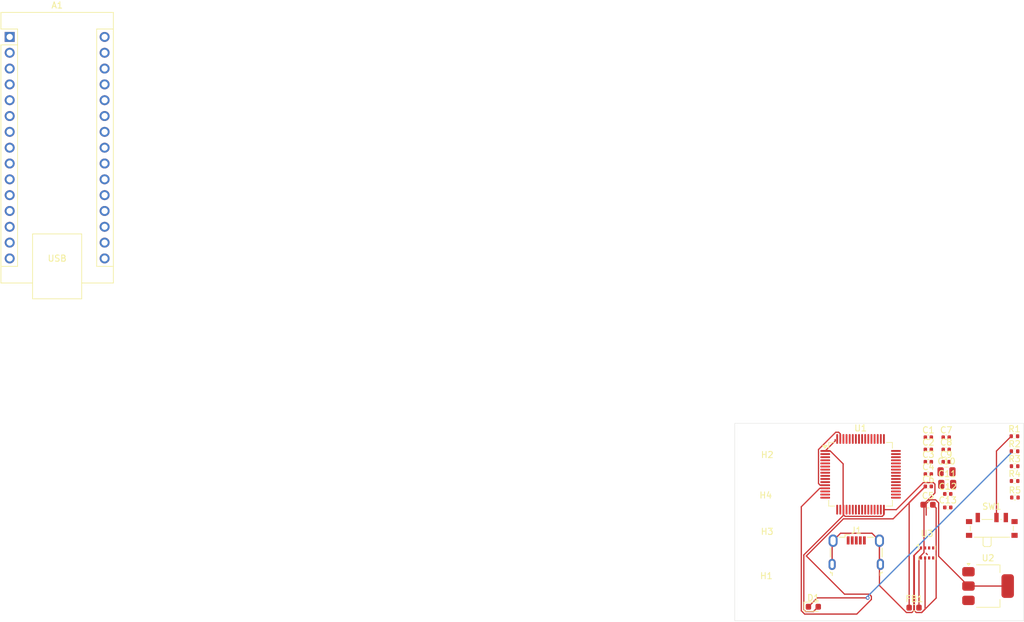
<source format=kicad_pcb>
(kicad_pcb (version 20241229) (generator "pcbnew") (generator_version "9.0")
  (layers (0 "F.Cu" signal) (2 "B.Cu" signal) (13 "F.Paste" user) (15 "B.Paste" user) (5 "F.SilkS" user "F.Silkscreen") (7 "B.SilkS" user "B.Silkscreen") (1 "F.Mask" user) (3 "B.Mask" user) (25 "Edge.Cuts" user))
  (net 0 "")
  (net 1 "/SW_BOOT0")
  (net 2 "/BOOT0")
  (net 3 "GND")
  (net 4 "Net-(D1-K)")
  (net 5 "Net-(U3-SDO)")
  (net 6 "/I2C1_SCL")
  (net 7 "+3.3V")
  (net 8 "/I2C1_SDA")
  (net 9 "VBUS")
  (net 10 "/NRST")
  (net 16 "+3.3VA")
  (net 30 "/USB_OTG_FS_DP+")
  (net 52 "/USB_OTG_FS_DM-")
  (net 63 "+5V")
  (net 79 "Net-(A1-D9)")
  (footprint "Capacitor_SMD:C_0402_1005Metric" (layer "F.Cu") (at 152.15 77.45)
    (property "Reference" "C12" (at 0 -1.16 0) (layer "F.SilkS"))
    (property "Value" "100n")
    (fp_line (start -0.107836 -0.36) (end 0.107836 -0.36) (stroke (width 0.12)) (layer "F.SilkS"))
    (fp_line (start -0.107836 0.36) (end 0.107836 0.36) (stroke (width 0.12)) (layer "F.SilkS"))
    (pad "1" smd roundrect (at -0.48 0) (size 0.56 0.62) (layers "F.Cu" "F.Mask" "F.Paste") (net 3 "GND"))
    (pad "2" smd roundrect (at 0.48 0) (size 0.56 0.62) (layers "F.Cu" "F.Mask" "F.Paste") (net 7 "+3.3V"))
  )
  (footprint "Capacitor_SMD:C_0805_2012Metric" (layer "F.Cu") (at 151.95 73.89)
    (property "Reference" "C10" (at 0 -1.68 0) (layer "F.SilkS"))
    (property "Value" "22u")
    (fp_line (start -0.261252 -0.735) (end 0.261252 -0.735) (stroke (width 0.12)) (layer "F.SilkS"))
    (fp_line (start -0.261252 0.735) (end 0.261252 0.735) (stroke (width 0.12)) (layer "F.SilkS"))
    (pad "1" smd roundrect (at -0.95 0) (size 1 1.45) (layers "F.Cu" "F.Mask" "F.Paste") (net 9 "VBUS"))
    (pad "2" smd roundrect (at 0.95 0) (size 1 1.45) (layers "F.Cu" "F.Mask" "F.Paste") (net 3 "GND"))
  )
  (footprint "Connector_USB:USB_Micro-B_Wuerth_629105150521" (layer "F.Cu") (at 137.46 86.81)
    (property "Reference" "J1" (at 0 -3.5 0) (layer "F.SilkS"))
    (property "Value" "USB_B_Micro")
    (fp_line (start -4.15 -0.65) (end -4.15 0.75) (stroke (width 0.15)) (layer "F.SilkS"))
    (fp_line (start -4.15 3.15) (end -4.15 3.3) (stroke (width 0.15)) (layer "F.SilkS"))
    (fp_line (start -4.15 3.3) (end -3.85 3.3) (stroke (width 0.15)) (layer "F.SilkS"))
    (fp_line (start -3.85 3.3) (end -3.85 3.75) (stroke (width 0.15)) (layer "F.SilkS"))
    (fp_line (start -1.8 -2.825) (end -1.8 -2.4) (stroke (width 0.15)) (layer "F.SilkS"))
    (fp_line (start -1.8 -2.4) (end -2.8 -2.4) (stroke (width 0.15)) (layer "F.SilkS"))
    (fp_line (start -1.075 -2.825) (end -1.8 -2.825) (stroke (width 0.15)) (layer "F.SilkS"))
    (fp_line (start 1.8 -2.4) (end 2.8 -2.4) (stroke (width 0.15)) (layer "F.SilkS"))
    (fp_line (start 3.85 3.3) (end 4.15 3.3) (stroke (width 0.15)) (layer "F.SilkS"))
    (fp_line (start 3.85 3.75) (end 3.85 3.3) (stroke (width 0.15)) (layer "F.SilkS"))
    (fp_line (start 4.15 0.75) (end 4.15 -0.65) (stroke (width 0.15)) (layer "F.SilkS"))
    (fp_line (start 4.15 3.3) (end 4.15 3.15) (stroke (width 0.15)) (layer "F.SilkS"))
    (pad "" np_thru_hole oval (at -2.5 -0.8) (size 0.8 0.8) (drill 0.8) (layers "*.Cu" "*.Mask"))
    (pad "" np_thru_hole oval (at 2.5 -0.8) (size 0.8 0.8) (drill 0.8) (layers "*.Cu" "*.Mask"))
    (pad "1" smd rect (at -1.3 -1.9) (size 0.45 1.3) (layers "F.Cu" "F.Mask" "F.Paste") (net 9 "VBUS"))
    (pad "2" smd rect (at -0.65 -1.9) (size 0.45 1.3) (layers "F.Cu" "F.Mask" "F.Paste") (net 52 "/USB_OTG_FS_DM-"))
    (pad "3" smd rect (at 0 -1.9) (size 0.45 1.3) (layers "F.Cu" "F.Mask" "F.Paste") (net 30 "/USB_OTG_FS_DP+"))
    (pad "4" smd rect (at 0.65 -1.9) (size 0.45 1.3) (layers "F.Cu" "F.Mask" "F.Paste"))
    (pad "5" smd rect (at 1.3 -1.9) (size 0.45 1.3) (layers "F.Cu" "F.Mask" "F.Paste") (net 3 "GND"))
    (pad "6" thru_hole oval (at -3.875 1.95) (size 1.15 1.8) (drill oval 0.55 1.2) (property pad_prop_heatsink) (layers "*.Cu" "*.Mask") (net 3 "GND"))
    (pad "6" thru_hole oval (at -3.725 -1.85) (size 1.45 2) (drill oval 0.85 1.4) (property pad_prop_heatsink) (layers "*.Cu" "*.Mask") (net 3 "GND"))
    (pad "6" thru_hole oval (at 3.725 -1.85) (size 1.45 2) (drill oval 0.85 1.4) (property pad_prop_heatsink) (layers "*.Cu" "*.Mask") (net 3 "GND"))
    (pad "6" thru_hole oval (at 3.875 1.95) (size 1.15 1.8) (drill oval 0.55 1.2) (property pad_prop_heatsink) (layers "*.Cu" "*.Mask") (net 3 "GND"))
  )
  (footprint "Capacitor_SMD:C_0402_1005Metric" (layer "F.Cu") (at 149.03 68.36)
    (property "Reference" "C1" (at 0 -1.16 0) (layer "F.SilkS"))
    (property "Value" "100n")
    (fp_line (start -0.107836 -0.36) (end 0.107836 -0.36) (stroke (width 0.12)) (layer "F.SilkS"))
    (fp_line (start -0.107836 0.36) (end 0.107836 0.36) (stroke (width 0.12)) (layer "F.SilkS"))
    (pad "1" smd roundrect (at -0.48 0) (size 0.56 0.62) (layers "F.Cu" "F.Mask" "F.Paste") (net 7 "+3.3V"))
    (pad "2" smd roundrect (at 0.48 0) (size 0.56 0.62) (layers "F.Cu" "F.Mask" "F.Paste") (net 3 "GND"))
  )
  (footprint "Resistor_SMD:R_0402_1005Metric" (layer "F.Cu") (at 162.85 68.19)
    (property "Reference" "R1" (at 0 -1.17 0) (layer "F.SilkS"))
    (property "Value" "10k")
    (fp_line (start -0.153641 -0.38) (end 0.153641 -0.38) (stroke (width 0.12)) (layer "F.SilkS"))
    (fp_line (start -0.153641 0.38) (end 0.153641 0.38) (stroke (width 0.12)) (layer "F.SilkS"))
    (pad "1" smd roundrect (at -0.51 0) (size 0.54 0.64) (layers "F.Cu" "F.Mask" "F.Paste") (net 1 "/SW_BOOT0"))
    (pad "2" smd roundrect (at 0.51 0) (size 0.54 0.64) (layers "F.Cu" "F.Mask" "F.Paste") (net 2 "/BOOT0"))
  )
  (footprint "Capacitor_SMD:C_0402_1005Metric" (layer "F.Cu") (at 149.03 74.27)
    (property "Reference" "C4" (at 0 -1.16 0) (layer "F.SilkS"))
    (property "Value" "100n")
    (fp_line (start -0.107836 -0.36) (end 0.107836 -0.36) (stroke (width 0.12)) (layer "F.SilkS"))
    (fp_line (start -0.107836 0.36) (end 0.107836 0.36) (stroke (width 0.12)) (layer "F.SilkS"))
    (pad "1" smd roundrect (at -0.48 0) (size 0.56 0.62) (layers "F.Cu" "F.Mask" "F.Paste") (net 7 "+3.3V"))
    (pad "2" smd roundrect (at 0.48 0) (size 0.56 0.62) (layers "F.Cu" "F.Mask" "F.Paste") (net 3 "GND"))
  )
  (footprint "Package_LGA:Bosch_LGA-8_2x2.5mm_P0.65mm_ClockwisePinNumbering" (layer "F.Cu") (at 148.8325 86.9225)
    (property "Reference" "U3" (at 0 -3.1 0) (layer "F.SilkS"))
    (property "Value" "BMP280")
    (fp_line (start -1.35 -0.46) (end -1.35 -0.9) (stroke (width 0.1)) (layer "F.SilkS"))
    (fp_line (start -1.35 1.1) (end -1.35 0.46) (stroke (width 0.1)) (layer "F.SilkS"))
    (fp_line (start -1.35 1.1) (end -1.2 1.1) (stroke (width 0.1)) (layer "F.SilkS"))
    (fp_line (start 1.075 1.075) (end 1.225 1.075) (stroke (width 0.1)) (layer "F.SilkS"))
    (fp_line (start 1.2 -1.1) (end 1.35 -1.1) (stroke (width 0.1)) (layer "F.SilkS"))
    (fp_line (start 1.35 -0.46) (end 1.35 -1.1) (stroke (width 0.1)) (layer "F.SilkS"))
    (fp_line (start 1.35 1.1) (end 1.35 0.46) (stroke (width 0.1)) (layer "F.SilkS"))
    (fp_poly (pts (xy -1.35 -1.1) (xy -1.71 -1.1) (xy -1.35 -1.46) (xy -1.35 -1.1)) (stroke (width 0.1)) (fill yes) (layer "F.SilkS"))
    (pad "1" smd rect (at -0.975 -0.8 90) (size 0.5 0.35) (layers "F.Cu" "F.Mask" "F.Paste") (net 3 "GND"))
    (pad "2" smd rect (at -0.325 -0.8 90) (size 0.5 0.35) (layers "F.Cu" "F.Mask" "F.Paste") (net 7 "+3.3V"))
    (pad "3" smd rect (at 0.325 -0.8 90) (size 0.5 0.35) (layers "F.Cu" "F.Mask" "F.Paste") (net 8 "/I2C1_SDA"))
    (pad "4" smd rect (at 0.975 -0.8 90) (size 0.5 0.35) (layers "F.Cu" "F.Mask" "F.Paste") (net 6 "/I2C1_SCL"))
    (pad "5" smd rect (at 0.975 0.8 90) (size 0.5 0.35) (layers "F.Cu" "F.Mask" "F.Paste") (net 5 "Net-(U3-SDO)"))
    (pad "6" smd rect (at 0.325 0.8 90) (size 0.5 0.35) (layers "F.Cu" "F.Mask" "F.Paste") (net 7 "+3.3V"))
    (pad "7" smd rect (at -0.325 0.8 90) (size 0.5 0.35) (layers "F.Cu" "F.Mask" "F.Paste") (net 3 "GND"))
    (pad "8" smd rect (at -0.975 0.8 90) (size 0.5 0.35) (layers "F.Cu" "F.Mask" "F.Paste") (net 7 "+3.3V"))
  )
  (footprint "MountingHole:MountingHole_2.2mm_M2" (layer "F.Cu") (at 122.93 80.82)
    (property "Reference" "H4" (at 0 -3.15 0) (layer "F.SilkS"))
    (property "Value" "MountingHole")
    (pad "" np_thru_hole circle (at 0 0) (size 2.2 2.2) (drill 2.2) (layers "*.Cu" "*.Mask"))
  )
  (footprint "Resistor_SMD:R_0402_1005Metric" (layer "F.Cu") (at 162.88 75.38)
    (property "Reference" "R4" (at 0 -1.17 0) (layer "F.SilkS"))
    (property "Value" "10k")
    (fp_line (start -0.153641 -0.38) (end 0.153641 -0.38) (stroke (width 0.12)) (layer "F.SilkS"))
    (fp_line (start -0.153641 0.38) (end 0.153641 0.38) (stroke (width 0.12)) (layer "F.SilkS"))
    (pad "1" smd roundrect (at -0.51 0) (size 0.54 0.64) (layers "F.Cu" "F.Mask" "F.Paste") (net 6 "/I2C1_SCL"))
    (pad "2" smd roundrect (at 0.51 0) (size 0.54 0.64) (layers "F.Cu" "F.Mask" "F.Paste") (net 7 "+3.3V"))
  )
  (footprint "Capacitor_SMD:C_0402_1005Metric" (layer "F.Cu") (at 149.03 72.3)
    (property "Reference" "C3" (at 0 -1.16 0) (layer "F.SilkS"))
    (property "Value" "100n")
    (fp_line (start -0.107836 -0.36) (end 0.107836 -0.36) (stroke (width 0.12)) (layer "F.SilkS"))
    (fp_line (start -0.107836 0.36) (end 0.107836 0.36) (stroke (width 0.12)) (layer "F.SilkS"))
    (pad "1" smd roundrect (at -0.48 0) (size 0.56 0.62) (layers "F.Cu" "F.Mask" "F.Paste") (net 7 "+3.3V"))
    (pad "2" smd roundrect (at 0.48 0) (size 0.56 0.62) (layers "F.Cu" "F.Mask" "F.Paste") (net 3 "GND"))
  )
  (footprint "Resistor_SMD:R_0402_1005Metric" (layer "F.Cu") (at 162.93 78.03)
    (property "Reference" "R5" (at 0 -1.17 0) (layer "F.SilkS"))
    (property "Value" "10k")
    (fp_line (start -0.153641 -0.38) (end 0.153641 -0.38) (stroke (width 0.12)) (layer "F.SilkS"))
    (fp_line (start -0.153641 0.38) (end 0.153641 0.38) (stroke (width 0.12)) (layer "F.SilkS"))
    (pad "1" smd roundrect (at -0.51 0) (size 0.54 0.64) (layers "F.Cu" "F.Mask" "F.Paste") (net 8 "/I2C1_SDA"))
    (pad "2" smd roundrect (at 0.51 0) (size 0.54 0.64) (layers "F.Cu" "F.Mask" "F.Paste") (net 7 "+3.3V"))
  )
  (footprint "Capacitor_SMD:C_0603_1608Metric" (layer "F.Cu") (at 148.98 79.18)
    (property "Reference" "C5" (at 0 -1.43 0) (layer "F.SilkS"))
    (property "Value" "10u")
    (fp_line (start -0.14058 -0.51) (end 0.14058 -0.51) (stroke (width 0.12)) (layer "F.SilkS"))
    (fp_line (start -0.14058 0.51) (end 0.14058 0.51) (stroke (width 0.12)) (layer "F.SilkS"))
    (pad "1" smd roundrect (at -0.775 0) (size 0.9 0.95) (layers "F.Cu" "F.Mask" "F.Paste") (net 7 "+3.3V"))
    (pad "2" smd roundrect (at 0.775 0) (size 0.9 0.95) (layers "F.Cu" "F.Mask" "F.Paste") (net 3 "GND"))
  )
  (footprint "Capacitor_SMD:C_0402_1005Metric" (layer "F.Cu") (at 152.15 79.62)
    (property "Reference" "C13" (at 0 -1.16 0) (layer "F.SilkS"))
    (property "Value" "100n")
    (fp_line (start -0.107836 -0.36) (end 0.107836 -0.36) (stroke (width 0.12)) (layer "F.SilkS"))
    (fp_line (start -0.107836 0.36) (end 0.107836 0.36) (stroke (width 0.12)) (layer "F.SilkS"))
    (pad "1" smd roundrect (at -0.48 0) (size 0.56 0.62) (layers "F.Cu" "F.Mask" "F.Paste") (net 3 "GND"))
    (pad "2" smd roundrect (at 0.48 0) (size 0.56 0.62) (layers "F.Cu" "F.Mask" "F.Paste") (net 7 "+3.3V"))
  )
  (footprint "Resistor_SMD:R_0402_1005Metric" (layer "F.Cu") (at 162.87 70.6)
    (property "Reference" "R2" (at 0 -1.17 0) (layer "F.SilkS"))
    (property "Value" "1k")
    (fp_line (start -0.153641 -0.38) (end 0.153641 -0.38) (stroke (width 0.12)) (layer "F.SilkS"))
    (fp_line (start -0.153641 0.38) (end 0.153641 0.38) (stroke (width 0.12)) (layer "F.SilkS"))
    (pad "1" smd roundrect (at -0.51 0) (size 0.54 0.64) (layers "F.Cu" "F.Mask" "F.Paste") (net 4 "Net-(D1-K)"))
    (pad "2" smd roundrect (at 0.51 0) (size 0.54 0.64) (layers "F.Cu" "F.Mask" "F.Paste") (net 3 "GND"))
  )
  (footprint "Button_Switch_SMD:SW_SPDT_PCM12" (layer "F.Cu") (at 159.22 82.67)
    (property "Reference" "SW1" (at 0 -3.2 0) (layer "F.SilkS"))
    (property "Value" "SW_SPDT")
    (fp_line (start -3.45 -0.07) (end -3.45 0.72) (stroke (width 0.12)) (layer "F.SilkS"))
    (fp_line (start -2.85 1.73) (end 2.85 1.73) (stroke (width 0.12)) (layer "F.SilkS"))
    (fp_line (start -1.6 -1.12) (end 0.1 -1.12) (stroke (width 0.12)) (layer "F.SilkS"))
    (fp_line (start -1.4 1.73) (end -1.4 3.02) (stroke (width 0.12)) (layer "F.SilkS"))
    (fp_line (start -1.4 3.02) (end -1.2 3.23) (stroke (width 0.12)) (layer "F.SilkS"))
    (fp_line (start -1.2 3.23) (end -0.3 3.23) (stroke (width 0.12)) (layer "F.SilkS"))
    (fp_line (start -0.1 3.02) (end -0.3 3.23) (stroke (width 0.12)) (layer "F.SilkS"))
    (fp_line (start -0.1 3.02) (end -0.1 1.73) (stroke (width 0.12)) (layer "F.SilkS"))
    (fp_line (start 1.4 -1.12) (end 1.6 -1.12) (stroke (width 0.12)) (layer "F.SilkS"))
    (fp_line (start 3.45 0.72) (end 3.45 -0.07) (stroke (width 0.12)) (layer "F.SilkS"))
    (pad "" smd rect (at -3.65 -0.78) (size 1 0.8) (layers "F.Cu" "F.Mask" "F.Paste"))
    (pad "" smd rect (at -3.65 1.43) (size 1 0.8) (layers "F.Cu" "F.Mask" "F.Paste"))
    (pad "" np_thru_hole circle (at -1.5 0.33) (size 0.9 0.9) (drill 0.9) (layers "*.Cu" "*.Mask"))
    (pad "" np_thru_hole circle (at 1.5 0.33) (size 0.9 0.9) (drill 0.9) (layers "*.Cu" "*.Mask"))
    (pad "" smd rect (at 3.65 -0.78) (size 1 0.8) (layers "F.Cu" "F.Mask" "F.Paste"))
    (pad "" smd rect (at 3.65 1.43) (size 1 0.8) (layers "F.Cu" "F.Mask" "F.Paste"))
    (pad "1" smd rect (at -2.25 -1.43) (size 0.7 1.5) (layers "F.Cu" "F.Mask" "F.Paste") (net 3 "GND"))
    (pad "2" smd rect (at 0.75 -1.43) (size 0.7 1.5) (layers "F.Cu" "F.Mask" "F.Paste") (net 1 "/SW_BOOT0"))
    (pad "3" smd rect (at 2.25 -1.43) (size 0.7 1.5) (layers "F.Cu" "F.Mask" "F.Paste") (net 7 "+3.3V"))
  )
  (footprint "Capacitor_SMD:C_0805_2012Metric" (layer "F.Cu") (at 152.06 75.91)
    (property "Reference" "C11" (at 0 -1.68 0) (layer "F.SilkS"))
    (property "Value" "22u")
    (fp_line (start -0.261252 -0.735) (end 0.261252 -0.735) (stroke (width 0.12)) (layer "F.SilkS"))
    (fp_line (start -0.261252 0.735) (end 0.261252 0.735) (stroke (width 0.12)) (layer "F.SilkS"))
    (pad "1" smd roundrect (at -0.95 0) (size 1 1.45) (layers "F.Cu" "F.Mask" "F.Paste") (net 7 "+3.3V"))
    (pad "2" smd roundrect (at 0.95 0) (size 1 1.45) (layers "F.Cu" "F.Mask" "F.Paste") (net 3 "GND"))
  )
  (footprint "Resistor_SMD:R_0402_1005Metric" (layer "F.Cu") (at 162.88 73)
    (property "Reference" "R3" (at 0 -1.17 0) (layer "F.SilkS"))
    (property "Value" "10k")
    (fp_line (start -0.153641 -0.38) (end 0.153641 -0.38) (stroke (width 0.12)) (layer "F.SilkS"))
    (fp_line (start -0.153641 0.38) (end 0.153641 0.38) (stroke (width 0.12)) (layer "F.SilkS"))
    (pad "1" smd roundrect (at -0.51 0) (size 0.54 0.64) (layers "F.Cu" "F.Mask" "F.Paste") (net 3 "GND"))
    (pad "2" smd roundrect (at 0.51 0) (size 0.54 0.64) (layers "F.Cu" "F.Mask" "F.Paste") (net 5 "Net-(U3-SDO)"))
  )
  (footprint "Capacitor_SMD:C_0402_1005Metric" (layer "F.Cu") (at 151.9 68.36)
    (property "Reference" "C7" (at 0 -1.16 0) (layer "F.SilkS"))
    (property "Value" "1u")
    (fp_line (start -0.107836 -0.36) (end 0.107836 -0.36) (stroke (width 0.12)) (layer "F.SilkS"))
    (fp_line (start -0.107836 0.36) (end 0.107836 0.36) (stroke (width 0.12)) (layer "F.SilkS"))
    (pad "1" smd roundrect (at -0.48 0) (size 0.56 0.62) (layers "F.Cu" "F.Mask" "F.Paste") (net 16 "+3.3VA"))
    (pad "2" smd roundrect (at 0.48 0) (size 0.56 0.62) (layers "F.Cu" "F.Mask" "F.Paste") (net 3 "GND"))
  )
  (footprint "Inductor_SMD:L_0603_1608Metric" (layer "F.Cu") (at 146.74 95.71)
    (property "Reference" "FB1" (at 0.04 -1.414 0) (layer "F.SilkS"))
    (property "Value" "120R")
    (fp_line (start -0.162779 -0.51) (end 0.162779 -0.51) (stroke (width 0.12)) (layer "F.SilkS"))
    (fp_line (start -0.162779 0.51) (end 0.162779 0.51) (stroke (width 0.12)) (layer "F.SilkS"))
    (pad "1" smd roundrect (at -0.7875 0) (size 0.875 0.95) (layers "F.Cu" "F.Mask" "F.Paste") (net 16 "+3.3VA"))
    (pad "2" smd roundrect (at 0.7875 0) (size 0.875 0.95) (layers "F.Cu" "F.Mask" "F.Paste") (net 7 "+3.3V"))
  )
  (footprint "Package_QFP:LQFP-64_10x10mm_P0.5mm" (layer "F.Cu") (at 138.15 74.3)
    (property "Reference" "U1" (at 0 -7.4 0) (layer "F.SilkS"))
    (property "Value" "STM32L476RGTx")
    (fp_line (start -5.11 -5.11) (end -5.11 -4.16) (stroke (width 0.12)) (layer "F.SilkS"))
    (fp_line (start -5.11 5.11) (end -5.11 4.16) (stroke (width 0.12)) (layer "F.SilkS"))
    (fp_line (start -4.16 -5.11) (end -5.11 -5.11) (stroke (width 0.12)) (layer "F.SilkS"))
    (fp_line (start -4.16 5.11) (end -5.11 5.11) (stroke (width 0.12)) (layer "F.SilkS"))
    (fp_line (start 4.16 -5.11) (end 5.11 -5.11) (stroke (width 0.12)) (layer "F.SilkS"))
    (fp_line (start 4.16 5.11) (end 5.11 5.11) (stroke (width 0.12)) (layer "F.SilkS"))
    (fp_line (start 5.11 -5.11) (end 5.11 -4.16) (stroke (width 0.12)) (layer "F.SilkS"))
    (fp_line (start 5.11 5.11) (end 5.11 4.16) (stroke (width 0.12)) (layer "F.SilkS"))
    (fp_poly (pts (xy -5.725 -4.16) (xy -6.065 -4.63) (xy -5.385 -4.63)) (stroke (width 0.12)) (fill yes) (layer "F.SilkS"))
    (pad "1" smd roundrect (at -5.675 -3.75) (size 1.55 0.3) (layers "F.Cu" "F.Mask" "F.Paste") (net 7 "+3.3V"))
    (pad "2" smd roundrect (at -5.675 -3.25) (size 1.55 0.3) (layers "F.Cu" "F.Mask" "F.Paste"))
    (pad "3" smd roundrect (at -5.675 -2.75) (size 1.55 0.3) (layers "F.Cu" "F.Mask" "F.Paste"))
    (pad "4" smd roundrect (at -5.675 -2.25) (size 1.55 0.3) (layers "F.Cu" "F.Mask" "F.Paste"))
    (pad "5" smd roundrect (at -5.675 -1.75) (size 1.55 0.3) (layers "F.Cu" "F.Mask" "F.Paste"))
    (pad "6" smd roundrect (at -5.675 -1.25) (size 1.55 0.3) (layers "F.Cu" "F.Mask" "F.Paste"))
    (pad "7" smd roundrect (at -5.675 -0.75) (size 1.55 0.3) (layers "F.Cu" "F.Mask" "F.Paste") (net 10 "/NRST"))
    (pad "8" smd roundrect (at -5.675 -0.25) (size 1.55 0.3) (layers "F.Cu" "F.Mask" "F.Paste"))
    (pad "9" smd roundrect (at -5.675 0.25) (size 1.55 0.3) (layers "F.Cu" "F.Mask" "F.Paste"))
    (pad "10" smd roundrect (at -5.675 0.75) (size 1.55 0.3) (layers "F.Cu" "F.Mask" "F.Paste"))
    (pad "11" smd roundrect (at -5.675 1.25) (size 1.55 0.3) (layers "F.Cu" "F.Mask" "F.Paste"))
    (pad "12" smd roundrect (at -5.675 1.75) (size 1.55 0.3) (layers "F.Cu" "F.Mask" "F.Paste") (net 3 "GND"))
    (pad "13" smd roundrect (at -5.675 2.25) (size 1.55 0.3) (layers "F.Cu" "F.Mask" "F.Paste") (net 16 "+3.3VA"))
    (pad "14" smd roundrect (at -5.675 2.75) (size 1.55 0.3) (layers "F.Cu" "F.Mask" "F.Paste"))
    (pad "15" smd roundrect (at -5.675 3.25) (size 1.55 0.3) (layers "F.Cu" "F.Mask" "F.Paste"))
    (pad "16" smd roundrect (at -5.675 3.75) (size 1.55 0.3) (layers "F.Cu" "F.Mask" "F.Paste"))
    (pad "17" smd roundrect (at -3.75 5.675) (size 0.3 1.55) (layers "F.Cu" "F.Mask" "F.Paste"))
    (pad "18" smd roundrect (at -3.25 5.675) (size 0.3 1.55) (layers "F.Cu" "F.Mask" "F.Paste") (net 3 "GND"))
    (pad "19" smd roundrect (at -2.75 5.675) (size 0.3 1.55) (layers "F.Cu" "F.Mask" "F.Paste") (net 7 "+3.3V"))
    (pad "20" smd roundrect (at -2.25 5.675) (size 0.3 1.55) (layers "F.Cu" "F.Mask" "F.Paste"))
    (pad "21" smd roundrect (at -1.75 5.675) (size 0.3 1.55) (layers "F.Cu" "F.Mask" "F.Paste"))
    (pad "22" smd roundrect (at -1.25 5.675) (size 0.3 1.55) (layers "F.Cu" "F.Mask" "F.Paste"))
    (pad "23" smd roundrect (at -0.75 5.675) (size 0.3 1.55) (layers "F.Cu" "F.Mask" "F.Paste"))
    (pad "24" smd roundrect (at -0.25 5.675) (size 0.3 1.55) (layers "F.Cu" "F.Mask" "F.Paste"))
    (pad "25" smd roundrect (at 0.25 5.675) (size 0.3 1.55) (layers "F.Cu" "F.Mask" "F.Paste"))
    (pad "26" smd roundrect (at 0.75 5.675) (size 0.3 1.55) (layers "F.Cu" "F.Mask" "F.Paste"))
    (pad "27" smd roundrect (at 1.25 5.675) (size 0.3 1.55) (layers "F.Cu" "F.Mask" "F.Paste"))
    (pad "28" smd roundrect (at 1.75 5.675) (size 0.3 1.55) (layers "F.Cu" "F.Mask" "F.Paste"))
    (pad "29" smd roundrect (at 2.25 5.675) (size 0.3 1.55) (layers "F.Cu" "F.Mask" "F.Paste"))
    (pad "30" smd roundrect (at 2.75 5.675) (size 0.3 1.55) (layers "F.Cu" "F.Mask" "F.Paste"))
    (pad "31" smd roundrect (at 3.25 5.675) (size 0.3 1.55) (layers "F.Cu" "F.Mask" "F.Paste") (net 3 "GND"))
    (pad "32" smd roundrect (at 3.75 5.675) (size 0.3 1.55) (layers "F.Cu" "F.Mask" "F.Paste") (net 7 "+3.3V"))
    (pad "33" smd roundrect (at 5.675 3.75) (size 1.55 0.3) (layers "F.Cu" "F.Mask" "F.Paste"))
    (pad "34" smd roundrect (at 5.675 3.25) (size 1.55 0.3) (layers "F.Cu" "F.Mask" "F.Paste"))
    (pad "35" smd roundrect (at 5.675 2.75) (size 1.55 0.3) (layers "F.Cu" "F.Mask" "F.Paste"))
    (pad "36" smd roundrect (at 5.675 2.25) (size 1.55 0.3) (layers "F.Cu" "F.Mask" "F.Paste"))
    (pad "37" smd roundrect (at 5.675 1.75) (size 1.55 0.3) (layers "F.Cu" "F.Mask" "F.Paste"))
    (pad "38" smd roundrect (at 5.675 1.25) (size 1.55 0.3) (layers "F.Cu" "F.Mask" "F.Paste"))
    (pad "39" smd roundrect (at 5.675 0.75) (size 1.55 0.3) (layers "F.Cu" "F.Mask" "F.Paste"))
    (pad "40" smd roundrect (at 5.675 0.25) (size 1.55 0.3) (layers "F.Cu" "F.Mask" "F.Paste"))
    (pad "41" smd roundrect (at 5.675 -0.25) (size 1.55 0.3) (layers "F.Cu" "F.Mask" "F.Paste"))
    (pad "42" smd roundrect (at 5.675 -0.75) (size 1.55 0.3) (layers "F.Cu" "F.Mask" "F.Paste"))
    (pad "43" smd roundrect (at 5.675 -1.25) (size 1.55 0.3) (layers "F.Cu" "F.Mask" "F.Paste"))
    (pad "44" smd roundrect (at 5.675 -1.75) (size 1.55 0.3) (layers "F.Cu" "F.Mask" "F.Paste") (net 52 "/USB_OTG_FS_DM-"))
    (pad "45" smd roundrect (at 5.675 -2.25) (size 1.55 0.3) (layers "F.Cu" "F.Mask" "F.Paste") (net 30 "/USB_OTG_FS_DP+"))
    (pad "46" smd roundrect (at 5.675 -2.75) (size 1.55 0.3) (layers "F.Cu" "F.Mask" "F.Paste"))
    (pad "47" smd roundrect (at 5.675 -3.25) (size 1.55 0.3) (layers "F.Cu" "F.Mask" "F.Paste") (net 3 "GND"))
    (pad "48" smd roundrect (at 5.675 -3.75) (size 1.55 0.3) (layers "F.Cu" "F.Mask" "F.Paste"))
    (pad "49" smd roundrect (at 3.75 -5.675) (size 0.3 1.55) (layers "F.Cu" "F.Mask" "F.Paste"))
    (pad "50" smd roundrect (at 3.25 -5.675) (size 0.3 1.55) (layers "F.Cu" "F.Mask" "F.Paste"))
    (pad "51" smd roundrect (at 2.75 -5.675) (size 0.3 1.55) (layers "F.Cu" "F.Mask" "F.Paste"))
    (pad "52" smd roundrect (at 2.25 -5.675) (size 0.3 1.55) (layers "F.Cu" "F.Mask" "F.Paste"))
    (pad "53" smd roundrect (at 1.75 -5.675) (size 0.3 1.55) (layers "F.Cu" "F.Mask" "F.Paste"))
    (pad "54" smd roundrect (at 1.25 -5.675) (size 0.3 1.55) (layers "F.Cu" "F.Mask" "F.Paste"))
    (pad "55" smd roundrect (at 0.75 -5.675) (size 0.3 1.55) (layers "F.Cu" "F.Mask" "F.Paste"))
    (pad "56" smd roundrect (at 0.25 -5.675) (size 0.3 1.55) (layers "F.Cu" "F.Mask" "F.Paste"))
    (pad "57" smd roundrect (at -0.25 -5.675) (size 0.3 1.55) (layers "F.Cu" "F.Mask" "F.Paste"))
    (pad "58" smd roundrect (at -0.75 -5.675) (size 0.3 1.55) (layers "F.Cu" "F.Mask" "F.Paste") (net 6 "/I2C1_SCL"))
    (pad "59" smd roundrect (at -1.25 -5.675) (size 0.3 1.55) (layers "F.Cu" "F.Mask" "F.Paste") (net 8 "/I2C1_SDA"))
    (pad "60" smd roundrect (at -1.75 -5.675) (size 0.3 1.55) (layers "F.Cu" "F.Mask" "F.Paste") (net 2 "/BOOT0"))
    (pad "61" smd roundrect (at -2.25 -5.675) (size 0.3 1.55) (layers "F.Cu" "F.Mask" "F.Paste"))
    (pad "62" smd roundrect (at -2.75 -5.675) (size 0.3 1.55) (layers "F.Cu" "F.Mask" "F.Paste"))
    (pad "63" smd roundrect (at -3.25 -5.675) (size 0.3 1.55) (layers "F.Cu" "F.Mask" "F.Paste") (net 3 "GND"))
    (pad "64" smd roundrect (at -3.75 -5.675) (size 0.3 1.55) (layers "F.Cu" "F.Mask" "F.Paste") (net 7 "+3.3V"))
  )
  (footprint "Package_TO_SOT_SMD:SOT-223-3_TabPin2" (layer "F.Cu") (at 158.62 92.24)
    (property "Reference" "U2" (at 0 -4.5 0) (layer "F.SilkS"))
    (property "Value" "AMS1117-3.3")
    (fp_line (start -1.85 -3.41) (end 1.91 -3.41) (stroke (width 0.12)) (layer "F.SilkS"))
    (fp_line (start -1.85 3.41) (end 1.91 3.41) (stroke (width 0.12)) (layer "F.SilkS"))
    (fp_line (start 1.91 -3.41) (end 1.91 -2.15) (stroke (width 0.12)) (layer "F.SilkS"))
    (fp_line (start 1.91 3.41) (end 1.91 2.15) (stroke (width 0.12)) (layer "F.SilkS"))
    (fp_poly (pts (xy -3.13 -3.31) (xy -3.37 -3.64) (xy -2.89 -3.64) (xy -3.13 -3.31)) (stroke (width 0.12)) (fill yes) (layer "F.SilkS"))
    (pad "1" smd roundrect (at -3.15 -2.3) (size 2 1.5) (layers "F.Cu" "F.Mask" "F.Paste") (net 3 "GND"))
    (pad "2" smd roundrect (at -3.15 0) (size 2 1.5) (layers "F.Cu" "F.Mask" "F.Paste") (net 7 "+3.3V"))
    (pad "2" smd roundrect (at 3.15 0) (size 2 3.8) (layers "F.Cu" "F.Mask" "F.Paste") (net 7 "+3.3V"))
    (pad "3" smd roundrect (at -3.15 2.3) (size 2 1.5) (layers "F.Cu" "F.Mask" "F.Paste") (net 9 "VBUS"))
  )
  (footprint "Capacitor_SMD:C_0402_1005Metric" (layer "F.Cu") (at 151.9 72.3)
    (property "Reference" "C9" (at 0 -1.16 0) (layer "F.SilkS"))
    (property "Value" "100n")
    (fp_line (start -0.107836 -0.36) (end 0.107836 -0.36) (stroke (width 0.12)) (layer "F.SilkS"))
    (fp_line (start -0.107836 0.36) (end 0.107836 0.36) (stroke (width 0.12)) (layer "F.SilkS"))
    (pad "1" smd roundrect (at -0.48 0) (size 0.56 0.62) (layers "F.Cu" "F.Mask" "F.Paste") (net 10 "/NRST"))
    (pad "2" smd roundrect (at 0.48 0) (size 0.56 0.62) (layers "F.Cu" "F.Mask" "F.Paste") (net 3 "GND"))
  )
  (footprint "Capacitor_SMD:C_0402_1005Metric" (layer "F.Cu") (at 149.03 70.33)
    (property "Reference" "C2" (at 0 -1.16 0) (layer "F.SilkS"))
    (property "Value" "100n")
    (fp_line (start -0.107836 -0.36) (end 0.107836 -0.36) (stroke (width 0.12)) (layer "F.SilkS"))
    (fp_line (start -0.107836 0.36) (end 0.107836 0.36) (stroke (width 0.12)) (layer "F.SilkS"))
    (pad "1" smd roundrect (at -0.48 0) (size 0.56 0.62) (layers "F.Cu" "F.Mask" "F.Paste") (net 7 "+3.3V"))
    (pad "2" smd roundrect (at 0.48 0) (size 0.56 0.62) (layers "F.Cu" "F.Mask" "F.Paste") (net 3 "GND"))
  )
  (footprint "MountingHole:MountingHole_2.2mm_M2" (layer "F.Cu") (at 123.17 74.32)
    (property "Reference" "H2" (at 0 -3.15 0) (layer "F.SilkS"))
    (property "Value" "MountingHole")
    (pad "" np_thru_hole circle (at 0 0) (size 2.2 2.2) (drill 2.2) (layers "*.Cu" "*.Mask"))
  )
  (footprint "Module:Arduino_Nano" (layer "F.Cu") (at 1.555 4.085)
    (property "Reference" "A1" (at 7.62 -5.08 0) (layer "F.SilkS"))
    (property "Value" "Arduino_Nano_v3.x")
    (fp_line (start -1.4 -3.94) (end -1.4 -1.27) (stroke (width 0.12)) (layer "F.SilkS"))
    (fp_line (start -1.4 1.27) (end -1.4 39.5) (stroke (width 0.12)) (layer "F.SilkS"))
    (fp_line (start -1.4 39.5) (end 3.68 39.5) (stroke (width 0.12)) (layer "F.SilkS"))
    (fp_line (start 1.27 -1.27) (end -1.4 -1.27) (stroke (width 0.12)) (layer "F.SilkS"))
    (fp_line (start 1.27 1.27) (end -1.4 1.27) (stroke (width 0.12)) (layer "F.SilkS"))
    (fp_line (start 1.27 1.27) (end 1.27 -1.27) (stroke (width 0.12)) (layer "F.SilkS"))
    (fp_line (start 1.27 1.27) (end 1.27 36.83) (stroke (width 0.12)) (layer "F.SilkS"))
    (fp_line (start 1.27 36.83) (end -1.4 36.83) (stroke (width 0.12)) (layer "F.SilkS"))
    (fp_line (start 3.68 31.62) (end 11.56 31.62) (stroke (width 0.12)) (layer "F.SilkS"))
    (fp_line (start 3.68 42.04) (end 3.68 31.62) (stroke (width 0.12)) (layer "F.SilkS"))
    (fp_line (start 11.56 31.62) (end 11.56 42.04) (stroke (width 0.12)) (layer "F.SilkS"))
    (fp_line (start 11.56 42.04) (end 3.68 42.04) (stroke (width 0.12)) (layer "F.SilkS"))
    (fp_line (start 13.97 -1.27) (end 13.97 36.83) (stroke (width 0.12)) (layer "F.SilkS"))
    (fp_line (start 13.97 -1.27) (end 16.64 -1.27) (stroke (width 0.12)) (layer "F.SilkS"))
    (fp_line (start 13.97 36.83) (end 16.64 36.83) (stroke (width 0.12)) (layer "F.SilkS"))
    (fp_line (start 16.64 -3.94) (end -1.4 -3.94) (stroke (width 0.12)) (layer "F.SilkS"))
    (fp_line (start 16.64 39.5) (end 11.56 39.5) (stroke (width 0.12)) (layer "F.SilkS"))
    (fp_line (start 16.64 39.5) (end 16.64 -3.94) (stroke (width 0.12)) (layer "F.SilkS"))
    (fp_text user "USB" (at 7.62 35.56 0) (layer "F.SilkS"))
    (pad "1" thru_hole rect (at 0 0) (size 1.6 1.6) (drill 1) (layers "*.Cu" "*.Mask"))
    (pad "2" thru_hole oval (at 0 2.54) (size 1.6 1.6) (drill 1) (layers "*.Cu" "*.Mask"))
    (pad "3" thru_hole oval (at 0 5.08) (size 1.6 1.6) (drill 1) (layers "*.Cu" "*.Mask"))
    (pad "4" thru_hole oval (at 0 7.62) (size 1.6 1.6) (drill 1) (layers "*.Cu" "*.Mask") (net 3 "GND"))
    (pad "5" thru_hole oval (at 0 10.16) (size 1.6 1.6) (drill 1) (layers "*.Cu" "*.Mask") (net 63 "+5V"))
    (pad "6" thru_hole oval (at 0 12.7) (size 1.6 1.6) (drill 1) (layers "*.Cu" "*.Mask") (net 63 "+5V"))
    (pad "7" thru_hole oval (at 0 15.24) (size 1.6 1.6) (drill 1) (layers "*.Cu" "*.Mask") (net 63 "+5V"))
    (pad "8" thru_hole oval (at 0 17.78) (size 1.6 1.6) (drill 1) (layers "*.Cu" "*.Mask"))
    (pad "9" thru_hole oval (at 0 20.32) (size 1.6 1.6) (drill 1) (layers "*.Cu" "*.Mask"))
    (pad "10" thru_hole oval (at 0 22.86) (size 1.6 1.6) (drill 1) (layers "*.Cu" "*.Mask"))
    (pad "11" thru_hole oval (at 0 25.4) (size 1.6 1.6) (drill 1) (layers "*.Cu" "*.Mask"))
    (pad "12" thru_hole oval (at 0 27.94) (size 1.6 1.6) (drill 1) (layers "*.Cu" "*.Mask") (net 79 "Net-(A1-D9)"))
    (pad "13" thru_hole oval (at 0 30.48) (size 1.6 1.6) (drill 1) (layers "*.Cu" "*.Mask"))
    (pad "14" thru_hole oval (at 0 33.02) (size 1.6 1.6) (drill 1) (layers "*.Cu" "*.Mask"))
    (pad "15" thru_hole oval (at 0 35.56) (size 1.6 1.6) (drill 1) (layers "*.Cu" "*.Mask"))
    (pad "16" thru_hole oval (at 15.24 35.56) (size 1.6 1.6) (drill 1) (layers "*.Cu" "*.Mask"))
    (pad "17" thru_hole oval (at 15.24 33.02) (size 1.6 1.6) (drill 1) (layers "*.Cu" "*.Mask"))
    (pad "18" thru_hole oval (at 15.24 30.48) (size 1.6 1.6) (drill 1) (layers "*.Cu" "*.Mask"))
    (pad "19" thru_hole oval (at 15.24 27.94) (size 1.6 1.6) (drill 1) (layers "*.Cu" "*.Mask"))
    (pad "20" thru_hole oval (at 15.24 25.4) (size 1.6 1.6) (drill 1) (layers "*.Cu" "*.Mask"))
    (pad "21" thru_hole oval (at 15.24 22.86) (size 1.6 1.6) (drill 1) (layers "*.Cu" "*.Mask"))
    (pad "22" thru_hole oval (at 15.24 20.32) (size 1.6 1.6) (drill 1) (layers "*.Cu" "*.Mask"))
    (pad "23" thru_hole oval (at 15.24 17.78) (size 1.6 1.6) (drill 1) (layers "*.Cu" "*.Mask"))
    (pad "24" thru_hole oval (at 15.24 15.24) (size 1.6 1.6) (drill 1) (layers "*.Cu" "*.Mask"))
    (pad "25" thru_hole oval (at 15.24 12.7) (size 1.6 1.6) (drill 1) (layers "*.Cu" "*.Mask"))
    (pad "26" thru_hole oval (at 15.24 10.16) (size 1.6 1.6) (drill 1) (layers "*.Cu" "*.Mask"))
    (pad "27" thru_hole oval (at 15.24 7.62) (size 1.6 1.6) (drill 1) (layers "*.Cu" "*.Mask") (net 63 "+5V"))
    (pad "28" thru_hole oval (at 15.24 5.08) (size 1.6 1.6) (drill 1) (layers "*.Cu" "*.Mask"))
    (pad "29" thru_hole oval (at 15.24 2.54) (size 1.6 1.6) (drill 1) (layers "*.Cu" "*.Mask") (net 3 "GND"))
    (pad "30" thru_hole oval (at 15.24 0) (size 1.6 1.6) (drill 1) (layers "*.Cu" "*.Mask"))
  )
  (footprint "Capacitor_SMD:C_0402_1005Metric" (layer "F.Cu") (at 151.9 70.33)
    (property "Reference" "C8" (at 0 -1.16 0) (layer "F.SilkS"))
    (property "Value" "1u")
    (fp_line (start -0.107836 -0.36) (end 0.107836 -0.36) (stroke (width 0.12)) (layer "F.SilkS"))
    (fp_line (start -0.107836 0.36) (end 0.107836 0.36) (stroke (width 0.12)) (layer "F.SilkS"))
    (pad "1" smd roundrect (at -0.48 0) (size 0.56 0.62) (layers "F.Cu" "F.Mask" "F.Paste") (net 7 "+3.3V"))
    (pad "2" smd roundrect (at 0.48 0) (size 0.56 0.62) (layers "F.Cu" "F.Mask" "F.Paste") (net 3 "GND"))
  )
  (footprint "MountingHole:MountingHole_2.2mm_M2" (layer "F.Cu") (at 123.15 87.31)
    (property "Reference" "H3" (at 0 -3.81 0) (layer "F.SilkS"))
    (property "Value" "MountingHole")
    (pad "" np_thru_hole circle (at 0 0) (size 2.2 2.2) (drill 2.2) (layers "*.Cu" "*.Mask"))
  )
  (footprint "MountingHole:MountingHole_2.2mm_M2" (layer "F.Cu") (at 123.03 93.76)
    (property "Reference" "H1" (at 0 -3.15 0) (layer "F.SilkS"))
    (property "Value" "MountingHole")
    (pad "" np_thru_hole circle (at 0 0) (size 2.2 2.2) (drill 2.2) (layers "*.Cu" "*.Mask"))
  )
  (footprint "LED_SMD:LED_0603_1608Metric" (layer "F.Cu") (at 130.5675 95.56)
    (property "Reference" "D1" (at 0 -1.43 0) (layer "F.SilkS"))
    (property "Value" "RED")
    (fp_line (start -1.485 -0.735) (end -1.485 0.735) (stroke (width 0.12)) (layer "F.SilkS"))
    (fp_line (start -1.485 0.735) (end 0.8 0.735) (stroke (width 0.12)) (layer "F.SilkS"))
    (fp_line (start 0.8 -0.735) (end -1.485 -0.735) (stroke (width 0.12)) (layer "F.SilkS"))
    (pad "1" smd roundrect (at -0.7875 0) (size 0.875 0.95) (layers "F.Cu" "F.Mask" "F.Paste") (net 4 "Net-(D1-K)"))
    (pad "2" smd roundrect (at 0.7875 0) (size 0.875 0.95) (layers "F.Cu" "F.Mask" "F.Paste") (net 7 "+3.3V"))
  )
  (footprint "Capacitor_SMD:C_0402_1005Metric" (layer "F.Cu") (at 149.03 76.24)
    (property "Reference" "C6" (at 0 -1.16 0) (layer "F.SilkS"))
    (property "Value" "10n")
    (fp_line (start -0.107836 -0.36) (end 0.107836 -0.36) (stroke (width 0.12)) (layer "F.SilkS"))
    (fp_line (start -0.107836 0.36) (end 0.107836 0.36) (stroke (width 0.12)) (layer "F.SilkS"))
    (pad "1" smd roundrect (at -0.48 0) (size 0.56 0.62) (layers "F.Cu" "F.Mask" "F.Paste") (net 16 "+3.3VA"))
    (pad "2" smd roundrect (at 0.48 0) (size 0.56 0.62) (layers "F.Cu" "F.Mask" "F.Paste") (net 3 "GND"))
  )
  (gr_rect (start 159.6 82) (end 159.85 82) (stroke (width 0.05)) (fill no) (layer "Edge.Cuts"))
  (gr_rect (start 117.95 66.125) (end 164.35 97.815) (stroke (width 0.05)) (fill no) (layer "Edge.Cuts"))
  (segment (start 159.97 70.56) (end 159.97 81.24) (width 0.2) (layer "F.Cu") (net 1))
  (segment (start 162.34 68.19) (end 159.97 70.56) (width 0.2) (layer "F.Cu") (net 1))
  (segment (start 134.935 83.76) (end 139.985 83.76) (width 0.2) (layer "F.Cu") (net 3))
  (segment (start 141.185 84.96) (end 141.185 88.61) (width 0.2) (layer "F.Cu") (net 3))
  (segment (start 148.5075 95.9461) (end 148.5075 87.7225) (width 0.2) (layer "F.Cu") (net 3))
  (segment (start 146.789 96.1876) (end 147.0874 96.486) (width 0.2) (layer "F.Cu") (net 3))
  (segment (start 131.399 75.782824) (end 131.399 70.317176) (width 0.2) (layer "F.Cu") (net 3))
  (segment (start 131.399 70.317176) (end 134.167176 67.549) (width 0.2) (layer "F.Cu") (net 3))
  (segment (start 147.0874 96.486) (end 147.9676 96.486) (width 0.2) (layer "F.Cu") (net 3))
  (segment (start 134.632824 67.549) (end 134.9 67.816176) (width 0.2) (layer "F.Cu") (net 3))
  (segment (start 132.475 76.05) (end 131.666176 76.05) (width 0.2) (layer "F.Cu") (net 3))
  (segment (start 146.789 87.271) (end 146.789 96.1876) (width 0.2) (layer "F.Cu") (net 3))
  (segment (start 145.5124 96.486) (end 146.3926 96.486) (width 0.2) (layer "F.Cu") (net 3))
  (segment (start 141.185 92.1586) (end 145.5124 96.486) (width 0.2) (layer "F.Cu") (net 3))
  (segment (start 131.666176 76.05) (end 131.399 75.782824) (width 0.2) (layer "F.Cu") (net 3))
  (segment (start 134.167176 67.549) (end 134.632824 67.549) (width 0.2) (layer "F.Cu") (net 3))
  (segment (start 147.68 86.38) (end 146.789 87.271) (width 0.2) (layer "F.Cu") (net 3))
  (segment (start 147.9676 96.486) (end 150.2835 94.1701) (width 0.2) (layer "F.Cu") (net 3))
  (segment (start 139.985 83.76) (end 141.185 84.96) (width 0.2) (layer "F.Cu") (net 3))
  (segment (start 141.185 84.96) (end 141.185 92.1586) (width 0.2) (layer "F.Cu") (net 3))
  (segment (start 133.585 85.11) (end 133.735 84.96) (width 0.2) (layer "F.Cu") (net 3))
  (segment (start 133.585 88.76) (end 133.585 85.11) (width 0.2) (layer "F.Cu") (net 3))
  (segment (start 141.185 88.61) (end 141.335 88.76) (width 0.2) (layer "F.Cu") (net 3))
  (segment (start 133.735 84.96) (end 134.935 83.76) (width 0.2) (layer "F.Cu") (net 3))
  (segment (start 134.9 67.816176) (end 134.9 68.625) (width 0.2) (layer "F.Cu") (net 3))
  (segment (start 146.691 96.1876) (end 146.691 87.369) (width 0.2) (layer "F.Cu") (net 3))
  (segment (start 150.2835 94.1701) (end 150.2835 79.7085) (width 0.2) (layer "F.Cu") (net 3))
  (segment (start 147.9676 96.486) (end 148.5075 95.9461) (width 0.2) (layer "F.Cu") (net 3))
  (segment (start 146.691 87.369) (end 147.68 86.38) (width 0.2) (layer "F.Cu") (net 3))
  (segment (start 146.3926 96.486) (end 146.691 96.1876) (width 0.2) (layer "F.Cu") (net 3))
  (segment (start 150.2835 79.7085) (end 149.755 79.18) (width 0.2) (layer "F.Cu") (net 3))
  (segment (start 129.78 95.56) (end 131.2 94.14) (width 0.2) (layer "F.Cu") (net 4))
  (segment (start 131.2 94.14) (end 139.29 94.14) (width 0.2) (layer "F.Cu") (net 4))
  (via (at 139.29 94.14) (size 0.6) (drill 0.3) (layers "F.Cu" "B.Cu") (net 4))
  (segment (start 139.29 93.89) (end 162.265 70.915) (width 0.2) (layer "B.Cu") (net 4))
  (segment (start 139.29 94.14) (end 139.29 93.89) (width 0.2) (layer "B.Cu") (net 4))
  (segment (start 149.30589 78.404) (end 148.6815 79.02839) (width 0.2) (layer "F.Cu") (net 7))
  (segment (start 135.667176 81.051) (end 141.632824 81.051) (width 0.2) (layer "F.Cu") (net 7))
  (segment (start 155.47 92.24) (end 150.6845 87.4545) (width 0.2) (layer "F.Cu") (net 7))
  (segment (start 141.9 80.783824) (end 141.9 79.975) (width 0.2) (layer "F.Cu") (net 7))
  (segment (start 129.3399 96.336) (end 129.0415 96.0376) (width 0.2) (layer "F.Cu") (net 7))
  (segment (start 143.87745 79.975) (end 148.22345 75.629) (width 0.2) (layer "F.Cu") (net 7))
  (segment (start 150.091 75.88345) (end 150.091 77.294) (width 0.2) (layer "F.Cu") (net 7))
  (segment (start 135.4 79.975) (end 135.4 80.783824) (width 0.2) (layer "F.Cu") (net 7))
  (segment (start 135.351 79.926) (end 135.4 79.975) (width 0.2) (layer "F.Cu") (net 7))
  (segment (start 135.4 80.881824) (end 135.4 79.975) (width 0.2) (layer "F.Cu") (net 7))
  (segment (start 150.20411 78.404) (end 149.30589 78.404) (width 0.2) (layer "F.Cu") (net 7))
  (segment (start 131.355 95.56) (end 130.579 96.336) (width 0.2) (layer "F.Cu") (net 7))
  (segment (start 149.83655 75.629) (end 150.091 75.88345) (width 0.2) (layer "F.Cu") (net 7))
  (segment (start 148.6815 79.02839) (end 148.6815 80.86) (width 0.2) (layer "F.Cu") (net 7))
  (segment (start 132.475 70.55) (end 134.08 68.945) (width 0.2) (layer "F.Cu") (net 7))
  (segment (start 135.351 72.617176) (end 135.351 79.926) (width 0.2) (layer "F.Cu") (net 7))
  (segment (start 150.6845 78.88439) (end 150.20411 78.404) (width 0.2) (layer "F.Cu") (net 7))
  (segment (start 135.4 80.783824) (end 135.667176 81.051) (width 0.2) (layer "F.Cu") (net 7))
  (segment (start 150.091 77.294) (end 148.205 79.18) (width 0.2) (layer "F.Cu") (net 7))
  (segment (start 147.5275 87.6755) (end 148.3335 86.8695) (width 0.2) (layer "F.Cu") (net 7))
  (segment (start 130.579 96.336) (end 129.3399 96.336) (width 0.2) (layer "F.Cu") (net 7))
  (segment (start 141.9 79.975) (end 143.87745 79.975) (width 0.2) (layer "F.Cu") (net 7))
  (segment (start 161.77 92.24) (end 155.47 92.24) (width 0.2) (layer "F.Cu") (net 7))
  (segment (start 129.0415 96.0376) (end 129.0415 87.240324) (width 0.2) (layer "F.Cu") (net 7))
  (segment (start 147.5275 95.71) (end 147.5275 87.6755) (width 0.2) (layer "F.Cu") (net 7))
  (segment (start 134.08 68.945) (end 134.08 68.72) (width 0.2) (layer "F.Cu") (net 7))
  (segment (start 141.632824 81.051) (end 141.9 80.783824) (width 0.2) (layer "F.Cu") (net 7))
  (segment (start 148.3335 86.8695) (end 148.3335 79.3085) (width 0.2) (layer "F.Cu") (net 7))
  (segment (start 148.6815 86.993) (end 148.86 87.1715) (width 0.2) (layer "F.Cu") (net 7))
  (segment (start 150.6845 87.4545) (end 150.6845 78.88439) (width 0.2) (layer "F.Cu") (net 7))
  (segment (start 129.0415 87.240324) (end 135.4 80.881824) (width 0.2) (layer "F.Cu") (net 7))
  (segment (start 148.22345 75.629) (end 149.83655 75.629) (width 0.2) (layer "F.Cu") (net 7))
  (segment (start 132.475 70.55) (end 133.283824 70.55) (width 0.2) (layer "F.Cu") (net 7))
  (segment (start 133.283824 70.55) (end 135.351 72.617176) (width 0.2) (layer "F.Cu") (net 7))
  (segment (start 148.3335 79.3085) (end 148.205 79.18) (width 0.2) (layer "F.Cu") (net 7))
  (segment (start 131.599076 76.55) (end 128.6405 79.508576) (width 0.2) (layer "F.Cu") (net 16))
  (segment (start 135.396924 81.452) (end 143.378 81.452) (width 0.2) (layer "F.Cu") (net 16))
  (segment (start 145.9525 78.8375) (end 148.55 76.24) (width 0.2) (layer "F.Cu") (net 16))
  (segment (start 139.891 93.891057) (end 139.538943 93.539) (width 0.2) (layer "F.Cu") (net 16))
  (segment (start 148.55 76.28) (end 148.55 76.24) (width 0.2) (layer "F.Cu") (net 16))
  (segment (start 132.475 76.55) (end 131.599076 76.55) (width 0.2) (layer "F.Cu") (net 16))
  (segment (start 143.378 81.452) (end 148.55 76.28) (width 0.2) (layer "F.Cu") (net 16))
  (segment (start 145.9525 95.71) (end 145.9525 78.8375) (width 0.2) (layer "F.Cu") (net 16))
  (segment (start 128.6405 96.2037) (end 129.1738 96.737) (width 0.2) (layer "F.Cu") (net 16))
  (segment (start 139.891 94.388943) (end 139.891 93.891057) (width 0.2) (layer "F.Cu") (net 16))
  (segment (start 129.1738 96.737) (end 137.542943 96.737) (width 0.2) (layer "F.Cu") (net 16))
  (segment (start 128.6405 79.508576) (end 128.6405 96.2037) (width 0.2) (layer "F.Cu") (net 16))
  (segment (start 135.575076 93.539) (end 129.4425 87.406424) (width 0.2) (layer "F.Cu") (net 16))
  (segment (start 137.542943 96.737) (end 139.891 94.388943) (width 0.2) (layer "F.Cu") (net 16))
  (segment (start 139.538943 93.539) (end 135.575076 93.539) (width 0.2) (layer "F.Cu") (net 16))
  (segment (start 129.4425 87.406424) (end 135.396924 81.452) (width 0.2) (layer "F.Cu") (net 16))
)
</source>
